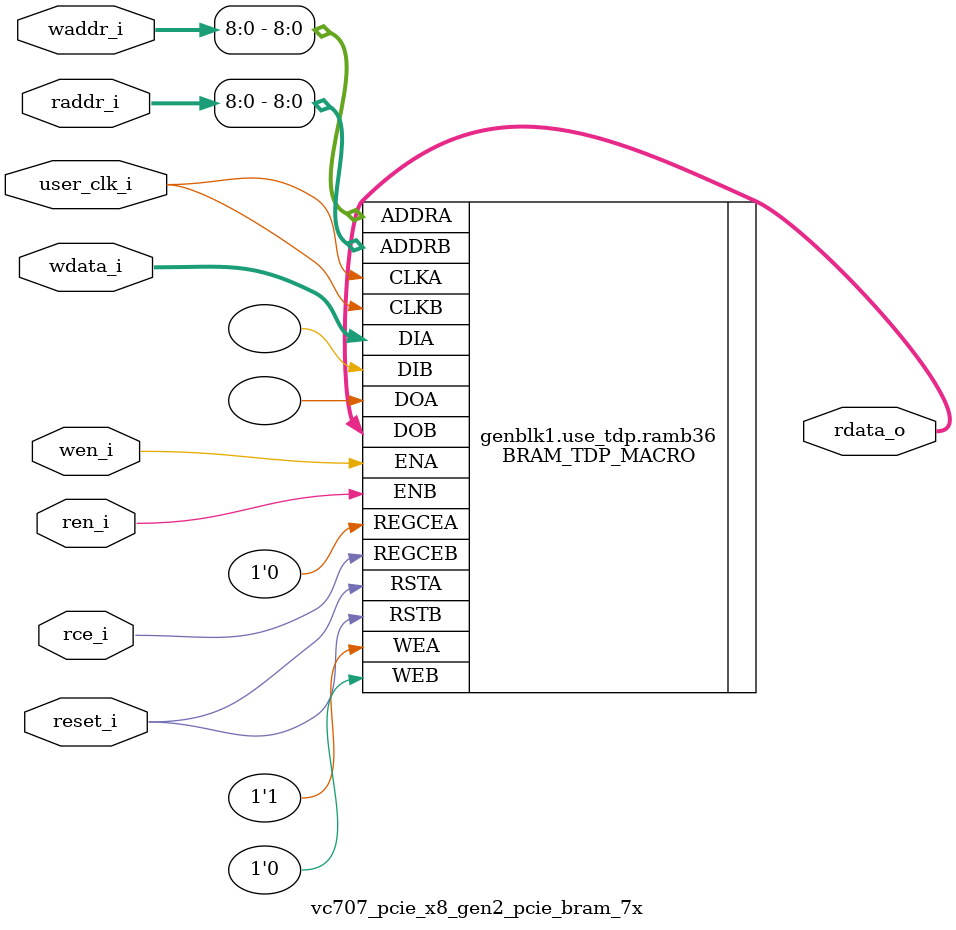
<source format=v>

`timescale 1ps/1ps

(* DowngradeIPIdentifiedWarnings = "yes" *)
module vc707_pcie_x8_gen2_pcie_bram_7x
  #(
    parameter [3:0]  LINK_CAP_MAX_LINK_SPEED = 4'h1,        // PCIe Link Speed : 1 - 2.5 GT/s; 2 - 5.0 GT/s
    parameter [5:0]  LINK_CAP_MAX_LINK_WIDTH = 6'h08,       // PCIe Link Width : 1 / 2 / 4 / 8
    parameter IMPL_TARGET = "HARD",                         // the implementation target : HARD, SOFT
    parameter DOB_REG = 0,                                  // 1 - use the output register;
                                                            // 0 - don't use the output register
    parameter WIDTH = 0                                     // supported WIDTH's : 4, 9, 18, 36 - uses RAMB36
                                                            //                     72 - uses RAMB36SDP
    )
    (
     input               user_clk_i,// user clock
     input               reset_i,   // bram reset

     input               wen_i,     // write enable
     input [12:0]        waddr_i,   // write address
     input [WIDTH - 1:0] wdata_i,   // write data

     input               ren_i,     // read enable
     input               rce_i,     // output register clock enable
     input [12:0]        raddr_i,   // read address

     output [WIDTH - 1:0] rdata_o   // read data
     );

   // map the address bits
   localparam ADDR_MSB = ((WIDTH == 4)  ? 12 :
                          (WIDTH == 9)  ? 11 :
                          (WIDTH == 18) ? 10 :
                          (WIDTH == 36) ?  9 :
                                           8
                          );

   // set the width of the tied off low address bits
   localparam ADDR_LO_BITS = ((WIDTH == 4)  ? 2 :
                              (WIDTH == 9)  ? 3 :
                              (WIDTH == 18) ? 4 :
                              (WIDTH == 36) ? 5 :
                                              0 // for WIDTH 72 use RAMB36SDP
                              );

   // map the data bits
   localparam D_MSB =  ((WIDTH == 4)  ?  3 :
                        (WIDTH == 9)  ?  7 :
                        (WIDTH == 18) ? 15 :
                        (WIDTH == 36) ? 31 :
                                        63
                        );

   // map the data parity bits
   localparam DP_LSB =  D_MSB + 1;

   localparam DP_MSB =  ((WIDTH == 4)  ? 4 :
                         (WIDTH == 9)  ? 8 :
                         (WIDTH == 18) ? 17 :
                         (WIDTH == 36) ? 35 :
                                         71
                        );

   localparam DPW = DP_MSB - DP_LSB + 1;
   localparam WRITE_MODE = ((WIDTH == 72) && (!((LINK_CAP_MAX_LINK_SPEED == 4'h2) && (LINK_CAP_MAX_LINK_WIDTH == 6'h08)))) ? "WRITE_FIRST" :
                           ((LINK_CAP_MAX_LINK_SPEED == 4'h2) && (LINK_CAP_MAX_LINK_WIDTH == 6'h08)) ? "WRITE_FIRST" : "NO_CHANGE";

   localparam DEVICE = (IMPL_TARGET == "HARD") ? "7SERIES" : "VIRTEX6";
   localparam BRAM_SIZE = "36Kb";

   localparam WE_WIDTH =(DEVICE == "VIRTEX5" || DEVICE == "VIRTEX6" || DEVICE == "7SERIES") ?
                            ((WIDTH <= 9) ? 1 :
                             (WIDTH > 9 && WIDTH <= 18) ? 2 :
                             (WIDTH > 18 && WIDTH <= 36) ? 4 :
                             (WIDTH > 36 && WIDTH <= 72) ? 8 :
                             (BRAM_SIZE == "18Kb") ? 4 : 8 ) : 8;

   //synthesis translate_off
   initial begin
      //$display("[%t] %m DOB_REG %0d WIDTH %0d ADDR_MSB %0d ADDR_LO_BITS %0d DP_MSB %0d DP_LSB %0d D_MSB %0d",
      //          $time, DOB_REG,   WIDTH,    ADDR_MSB,    ADDR_LO_BITS,    DP_MSB,    DP_LSB,    D_MSB);

      case (WIDTH)
        4,9,18,36,72:;
        default:
          begin
             $display("[%t] %m Error WIDTH %0d not supported", $time, WIDTH);
             $finish;
          end
      endcase // case (WIDTH)
   end
   //synthesis translate_on

   generate
   if ((LINK_CAP_MAX_LINK_WIDTH == 6'h08 && LINK_CAP_MAX_LINK_SPEED == 4'h2) || (WIDTH == 72)) begin : use_sdp
        BRAM_SDP_MACRO #(
               .DEVICE        (DEVICE),
               .BRAM_SIZE     (BRAM_SIZE),
               .DO_REG        (DOB_REG),
               .READ_WIDTH    (WIDTH),
               .WRITE_WIDTH   (WIDTH),
               .WRITE_MODE    (WRITE_MODE)
               )
        ramb36sdp(
               .DO             (rdata_o[WIDTH-1:0]),
               .DI             (wdata_i[WIDTH-1:0]),
               .RDADDR         (raddr_i[ADDR_MSB:0]),
               .RDCLK          (user_clk_i),
               .RDEN           (ren_i),
               .REGCE          (rce_i),
               .RST            (reset_i),
               .WE             ({WE_WIDTH{1'b1}}),
               .WRADDR         (waddr_i[ADDR_MSB:0]),
               .WRCLK          (user_clk_i),
               .WREN           (wen_i)
               );

    end  // block: use_sdp
    else if (WIDTH <= 36) begin : use_tdp
    // use RAMB36's if the width is 4, 9, 18, or 36
        BRAM_TDP_MACRO #(
               .DEVICE        (DEVICE),
               .BRAM_SIZE     (BRAM_SIZE),
               .DOA_REG       (0),
               .DOB_REG       (DOB_REG),
               .READ_WIDTH_A  (WIDTH),
               .READ_WIDTH_B  (WIDTH),
               .WRITE_WIDTH_A (WIDTH),
               .WRITE_WIDTH_B (WIDTH),
               .WRITE_MODE_A  (WRITE_MODE)
               )
        ramb36(
               .DOA            (),
               .DOB            (rdata_o[WIDTH-1:0]),
               .ADDRA          (waddr_i[ADDR_MSB:0]),
               .ADDRB          (raddr_i[ADDR_MSB:0]),
               .CLKA           (user_clk_i),
               .CLKB           (user_clk_i),
               .DIA            (wdata_i[WIDTH-1:0]),
               .DIB            ({WIDTH{1'b0}}),
               .ENA            (wen_i),
               .ENB            (ren_i),
               .REGCEA         (1'b0),
               .REGCEB         (rce_i),
               .RSTA           (reset_i),
               .RSTB           (reset_i),
               .WEA            ({WE_WIDTH{1'b1}}),
               .WEB            ({WE_WIDTH{1'b0}})
               );
   end // block: use_tdp
   endgenerate

endmodule // pcie_bram_7x


</source>
